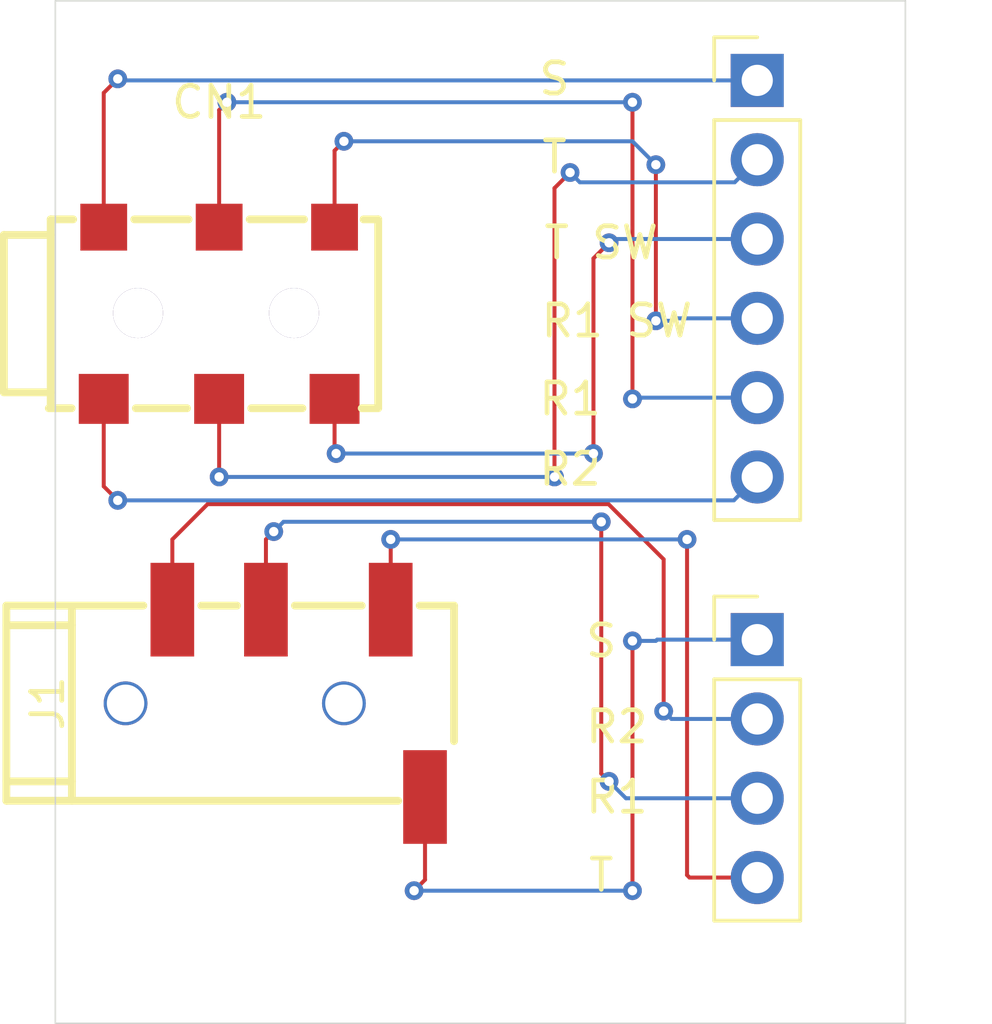
<source format=kicad_pcb>
(kicad_pcb (version 20241229) (generator "pcbnew") (generator_version "9.0")
  (layers (0 "F.Cu" signal) (2 "B.Cu" signal) (13 "F.Paste" user) (15 "B.Paste" user) (5 "F.SilkS" user "F.Silkscreen") (7 "B.SilkS" user "B.Silkscreen") (1 "F.Mask" user) (3 "B.Mask" user) (25 "Edge.Cuts" user))
  (net 0 "")
  (net 1 "Net-(J2-Pin_6)")
  (net 2 "Net-(J2-Pin_1)")
  (net 3 "Net-(J2-Pin_4)")
  (net 4 "Net-(J2-Pin_3)")
  (net 5 "Net-(J2-Pin_5)")
  (net 6 "Net-(J2-Pin_2)")
  (net 7 "Net-(J3-Pin_2)")
  (net 8 "Net-(J3-Pin_3)")
  (net 9 "Net-(J3-Pin_1)")
  (net 10 "Net-(J3-Pin_4)")
  (footprint "Hactar_Footprints:AUDIO-SMD_PJ-242D-SMT" (layer "F.Cu") (at 28.25 24.75)
    (property "Reference" "CN1" (at 0 -6.75 0) (layer "F.SilkS"))
    (property "Value" "PJ-242")
    (fp_line (start -6.9 -2.5) (end -6.9 2.54) (stroke (width 0.25)) (layer "F.SilkS"))
    (fp_line (start -6.9 2.54) (end -5.4 2.54) (stroke (width 0.25)) (layer "F.SilkS"))
    (fp_line (start -5.4 -3) (end -5.4 2.92) (stroke (width 0.25)) (layer "F.SilkS"))
    (fp_line (start -5.4 -3) (end -4.68 -3) (stroke (width 0.25)) (layer "F.SilkS"))
    (fp_line (start -5.4 -2.5) (end -6.9 -2.5) (stroke (width 0.25)) (layer "F.SilkS"))
    (fp_line (start -4.73 3.05) (end -5.46 3.05) (stroke (width 0.25)) (layer "F.SilkS"))
    (fp_line (start -2.72 -3) (end -0.98 -3) (stroke (width 0.25)) (layer "F.SilkS"))
    (fp_line (start -1.03 3.05) (end -2.67 3.05) (stroke (width 0.25)) (layer "F.SilkS"))
    (fp_line (start 0.98 -3) (end 2.72 -3) (stroke (width 0.25)) (layer "F.SilkS"))
    (fp_line (start 2.67 3.05) (end 1.03 3.05) (stroke (width 0.25)) (layer "F.SilkS"))
    (fp_line (start 4.57 3.05) (end 5.1 3.05) (stroke (width 0.25)) (layer "F.SilkS"))
    (fp_line (start 5.1 -3) (end 4.63 -3) (stroke (width 0.25)) (layer "F.SilkS"))
    (fp_line (start 5.1 -3) (end 5.1 3) (stroke (width 0.25)) (layer "F.SilkS"))
    (pad "" thru_hole circle (at -2.6 0) (size 1.6 1.6) (drill 1.6) (layers "*.Cu" "*.Mask"))
    (pad "" thru_hole circle (at 2.4 0) (size 1.6 1.6) (drill 1.6) (layers "*.Cu" "*.Mask"))
    (pad "2" smd rect (at -3.7 -2.75 180) (size 1.5 1.5) (layers "F.Cu" "F.Mask" "F.Paste") (net 2 "Net-(J2-Pin_1)"))
    (pad "3" smd rect (at -3.7 2.75 180) (size 1.6 1.6) (layers "F.Cu" "F.Mask" "F.Paste") (net 1 "Net-(J2-Pin_6)"))
    (pad "4" smd rect (at 0 -2.75 180) (size 1.5 1.5) (layers "F.Cu" "F.Mask" "F.Paste") (net 5 "Net-(J2-Pin_5)"))
    (pad "5" smd rect (at 3.7 -2.75 180) (size 1.5 1.5) (layers "F.Cu" "F.Mask" "F.Paste") (net 3 "Net-(J2-Pin_4)"))
    (pad "6" smd rect (at 0 2.75 180) (size 1.6 1.6) (layers "F.Cu" "F.Mask" "F.Paste") (net 6 "Net-(J2-Pin_2)"))
    (pad "7" smd rect (at 3.7 2.75 180) (size 1.6 1.6) (layers "F.Cu" "F.Mask" "F.Paste") (net 4 "Net-(J2-Pin_3)"))
  )
  (footprint "Hactar_Footprints:AUDIO-SMD_PJ-320D" (layer "F.Cu") (at 30.8 37.25 90)
    (property "Reference" "J1" (at 0 -8.05 90) (layer "F.SilkS"))
    (property "Value" "3.5mm")
    (fp_line (start 3.13 -9.37) (end 3.13 -4.98) (stroke (width 0.25)) (layer "F.SilkS"))
    (fp_line (start -2.5 -9.37) (end -2.5 -7.27) (stroke (width 0.25)) (layer "F.SilkS"))
    (fp_line (start -3.12 -9.37) (end 3.13 -9.37) (stroke (width 0.25)) (layer "F.SilkS"))
    (fp_line (start -3.12 -9.37) (end -3.12 3.19) (stroke (width 0.25)) (layer "F.SilkS"))
    (fp_line (start 3.13 -7.27) (end -3.12 -7.27) (stroke (width 0.25)) (layer "F.SilkS"))
    (fp_line (start 2.5 -7.27) (end 2.5 -9.37) (stroke (width 0.25)) (layer "F.SilkS"))
    (fp_line (start 3.13 -3.12) (end 3.13 -1.98) (stroke (width 0.25)) (layer "F.SilkS"))
    (fp_line (start 3.13 -0.12) (end 3.13 2.02) (stroke (width 0.25)) (layer "F.SilkS"))
    (fp_line (start 3.13 3.88) (end 3.13 4.98) (stroke (width 0.25)) (layer "F.SilkS"))
    (fp_line (start 3.13 4.98) (end -1.21 4.98) (stroke (width 0.25)) (layer "F.SilkS"))
    (pad "" np_thru_hole circle (at 0 -5.55 90) (size 1.403566 1.403566) (drill 1.2) (layers "*.Cu" "*.Mask"))
    (pad "" np_thru_hole circle (at 0 1.45 90) (size 1.403566 1.403566) (drill 1.2) (layers "*.Cu" "*.Mask"))
    (pad "R1" smd rect (at 3 -1.05 90) (size 3 1.4) (layers "F.Cu" "F.Mask" "F.Paste") (net 8 "Net-(J3-Pin_3)"))
    (pad "R2" smd rect (at 3 -4.05 90) (size 3 1.4) (layers "F.Cu" "F.Mask" "F.Paste") (net 7 "Net-(J3-Pin_2)"))
    (pad "S" smd rect (at -3 4.05 90) (size 3 1.4) (layers "F.Cu" "F.Mask" "F.Paste") (net 9 "Net-(J3-Pin_1)"))
    (pad "T" smd rect (at 3 2.95 90) (size 3 1.4) (layers "F.Cu" "F.Mask" "F.Paste") (net 10 "Net-(J3-Pin_4)"))
  )
  (footprint "Connector_PinHeader_2.54mm:PinHeader_1x04_P2.54mm_Vertical" (layer "F.Cu") (at 45.5 35.21)
    (property "Reference" "J3" (hide yes))
    (property "Value" "Conn_01x04_Socket")
    (fp_line (start -1.38 -1.38) (end 0 -1.38) (stroke (width 0.12)) (layer "F.SilkS"))
    (fp_line (start -1.38 0) (end -1.38 -1.38) (stroke (width 0.12)) (layer "F.SilkS"))
    (fp_line (start -1.38 1.27) (end -1.38 9) (stroke (width 0.12)) (layer "F.SilkS"))
    (fp_line (start -1.38 1.27) (end 1.38 1.27) (stroke (width 0.12)) (layer "F.SilkS"))
    (fp_line (start -1.38 9) (end 1.38 9) (stroke (width 0.12)) (layer "F.SilkS"))
    (fp_line (start 1.38 1.27) (end 1.38 9) (stroke (width 0.12)) (layer "F.SilkS"))
    (pad "1" thru_hole rect (at 0 0) (size 1.7 1.7) (drill 1) (layers "*.Cu" "*.Mask") (net 9 "Net-(J3-Pin_1)"))
    (pad "2" thru_hole circle (at 0 2.54) (size 1.7 1.7) (drill 1) (layers "*.Cu" "*.Mask") (net 7 "Net-(J3-Pin_2)"))
    (pad "3" thru_hole circle (at 0 5.08) (size 1.7 1.7) (drill 1) (layers "*.Cu" "*.Mask") (net 8 "Net-(J3-Pin_3)"))
    (pad "4" thru_hole circle (at 0 7.62) (size 1.7 1.7) (drill 1) (layers "*.Cu" "*.Mask") (net 10 "Net-(J3-Pin_4)"))
  )
  (footprint "Connector_PinHeader_2.54mm:PinHeader_1x06_P2.54mm_Vertical" (layer "F.Cu") (at 45.5 17.3)
    (property "Reference" "J2" (hide yes))
    (property "Value" "Conn_01x06_Socket")
    (fp_line (start -1.38 -1.38) (end 0 -1.38) (stroke (width 0.12)) (layer "F.SilkS"))
    (fp_line (start -1.38 0) (end -1.38 -1.38) (stroke (width 0.12)) (layer "F.SilkS"))
    (fp_line (start -1.38 1.27) (end -1.38 14.08) (stroke (width 0.12)) (layer "F.SilkS"))
    (fp_line (start -1.38 1.27) (end 1.38 1.27) (stroke (width 0.12)) (layer "F.SilkS"))
    (fp_line (start -1.38 14.08) (end 1.38 14.08) (stroke (width 0.12)) (layer "F.SilkS"))
    (fp_line (start 1.38 1.27) (end 1.38 14.08) (stroke (width 0.12)) (layer "F.SilkS"))
    (pad "1" thru_hole rect (at 0 0) (size 1.7 1.7) (drill 1) (layers "*.Cu" "*.Mask") (net 2 "Net-(J2-Pin_1)"))
    (pad "2" thru_hole circle (at 0 2.54) (size 1.7 1.7) (drill 1) (layers "*.Cu" "*.Mask") (net 6 "Net-(J2-Pin_2)"))
    (pad "3" thru_hole circle (at 0 5.08) (size 1.7 1.7) (drill 1) (layers "*.Cu" "*.Mask") (net 4 "Net-(J2-Pin_3)"))
    (pad "4" thru_hole circle (at 0 7.62) (size 1.7 1.7) (drill 1) (layers "*.Cu" "*.Mask") (net 3 "Net-(J2-Pin_4)"))
    (pad "5" thru_hole circle (at 0 10.16) (size 1.7 1.7) (drill 1) (layers "*.Cu" "*.Mask") (net 5 "Net-(J2-Pin_5)"))
    (pad "6" thru_hole circle (at 0 12.7) (size 1.7 1.7) (drill 1) (layers "*.Cu" "*.Mask") (net 1 "Net-(J2-Pin_6)"))
  )
  (gr_rect (start 23 14.75) (end 50.25 47.5) (stroke (width 0.05)) (fill no) (layer "Edge.Cuts"))
  (gr_text "T SW" (at 40.5 22.5 0) (layer "F.SilkS") (effects (font (size 1 1))))
  (gr_text "T" (at 40.5 42.75 0) (layer "F.SilkS") (effects (font (size 1 1))))
  (gr_text "R1" (at 41 40.25 0) (layer "F.SilkS") (effects (font (size 1 1))))
  (gr_text "T" (at 39 19.75 0) (layer "F.SilkS") (effects (font (size 1 1))))
  (gr_text "S" (at 39 17.25 0) (layer "F.SilkS") (effects (font (size 1 1))))
  (gr_text "R1" (at 39.5 27.5 0) (layer "F.SilkS") (effects (font (size 1 1))))
  (gr_text "S" (at 40.5 35.25 0) (layer "F.SilkS") (effects (font (size 1 1))))
  (gr_text "R2" (at 39.5 29.75 0) (layer "F.SilkS") (effects (font (size 1 1))))
  (gr_text "R2" (at 41 38 0) (layer "F.SilkS") (effects (font (size 1 1))))
  (gr_text "R1 SW" (at 41 25 0) (layer "F.SilkS") (effects (font (size 1 1))))
  (segment (start 24.55 30.3) (end 25 30.75) (width 0.127) (layer "F.Cu") (net 1))
  (segment (start 24.55 27.5) (end 24.55 30.3) (width 0.127) (layer "F.Cu") (net 1))
  (via (at 25 30.75) (size 0.6) (drill 0.3) (layers "F.Cu" "B.Cu") (net 1))
  (segment (start 44.75 30.75) (end 45.5 30) (width 0.127) (layer "B.Cu") (net 1))
  (segment (start 25 30.75) (end 44.75 30.75) (width 0.127) (layer "B.Cu") (net 1))
  (segment (start 24.55 22) (end 24.55 17.7) (width 0.127) (layer "F.Cu") (net 2))
  (segment (start 24.55 17.7) (end 25 17.25) (width 0.127) (layer "F.Cu") (net 2))
  (via (at 25 17.25) (size 0.6) (drill 0.3) (layers "F.Cu" "B.Cu") (net 2))
  (segment (start 25 17.25) (end 25.05 17.3) (width 0.127) (layer "B.Cu") (net 2))
  (segment (start 25.05 17.3) (end 45.5 17.3) (width 0.127) (layer "B.Cu") (net 2))
  (segment (start 31.95 22) (end 31.95 19.55) (width 0.127) (layer "F.Cu") (net 3))
  (segment (start 31.95 19.55) (end 32.25 19.25) (width 0.127) (layer "F.Cu") (net 3))
  (segment (start 42.25 20) (end 42.25 25) (width 0.127) (layer "F.Cu") (net 3))
  (via (at 42.25 25) (size 0.6) (drill 0.3) (layers "F.Cu" "B.Cu") (net 3))
  (via (at 32.25 19.25) (size 0.6) (drill 0.3) (layers "F.Cu" "B.Cu") (net 3))
  (via (at 42.25 20) (size 0.6) (drill 0.3) (layers "F.Cu" "B.Cu") (net 3))
  (segment (start 41.5 19.25) (end 42.25 20) (width 0.127) (layer "B.Cu") (net 3))
  (segment (start 32.25 19.25) (end 41.5 19.25) (width 0.127) (layer "B.Cu") (net 3))
  (segment (start 42.25 25) (end 42.75 25) (width 0.127) (layer "B.Cu") (net 3))
  (segment (start 42.75 25) (end 42.83 24.92) (width 0.127) (layer "B.Cu") (net 3))
  (segment (start 42.83 24.92) (end 45.5 24.92) (width 0.127) (layer "B.Cu") (net 3))
  (segment (start 31.95 29.2) (end 32 29.25) (width 0.127) (layer "F.Cu") (net 4))
  (segment (start 40.25 23) (end 40.75 22.5) (width 0.127) (layer "F.Cu") (net 4))
  (segment (start 31.95 27.5) (end 31.95 29.2) (width 0.127) (layer "F.Cu") (net 4))
  (segment (start 40.25 29.25) (end 40.25 23) (width 0.127) (layer "F.Cu") (net 4))
  (via (at 32 29.25) (size 0.6) (drill 0.3) (layers "F.Cu" "B.Cu") (net 4))
  (via (at 40.25 29.25) (size 0.6) (drill 0.3) (layers "F.Cu" "B.Cu") (net 4))
  (via (at 40.75 22.5) (size 0.6) (drill 0.3) (layers "F.Cu" "B.Cu") (net 4))
  (segment (start 32 29.25) (end 40.25 29.25) (width 0.127) (layer "B.Cu") (net 4))
  (segment (start 40.87 22.38) (end 45.5 22.38) (width 0.127) (layer "B.Cu") (net 4))
  (segment (start 40.75 22.5) (end 40.87 22.38) (width 0.127) (layer "B.Cu") (net 4))
  (segment (start 28.25 22) (end 28.25 18.25) (width 0.127) (layer "F.Cu") (net 5))
  (segment (start 41.5 18) (end 41.5 27.5) (width 0.127) (layer "F.Cu") (net 5))
  (segment (start 28.25 18.25) (end 28.5 18) (width 0.127) (layer "F.Cu") (net 5))
  (via (at 41.5 27.5) (size 0.6) (drill 0.3) (layers "F.Cu" "B.Cu") (net 5))
  (via (at 41.5 18) (size 0.6) (drill 0.3) (layers "F.Cu" "B.Cu") (net 5))
  (via (at 28.5 18) (size 0.6) (drill 0.3) (layers "F.Cu" "B.Cu") (net 5))
  (segment (start 28.5 18) (end 41.5 18) (width 0.127) (layer "B.Cu") (net 5))
  (segment (start 41.75 27.5) (end 41.79 27.46) (width 0.127) (layer "B.Cu") (net 5))
  (segment (start 41.79 27.46) (end 45.5 27.46) (width 0.127) (layer "B.Cu") (net 5))
  (segment (start 41.5 27.5) (end 41.75 27.5) (width 0.127) (layer "B.Cu") (net 5))
  (segment (start 28.25 27.5) (end 28.25 30) (width 0.127) (layer "F.Cu") (net 6))
  (segment (start 39 30) (end 39 20.75) (width 0.127) (layer "F.Cu") (net 6))
  (segment (start 39 20.75) (end 39.5 20.25) (width 0.127) (layer "F.Cu") (net 6))
  (via (at 39.5 20.25) (size 0.6) (drill 0.3) (layers "F.Cu" "B.Cu") (net 6))
  (via (at 28.25 30) (size 0.6) (drill 0.3) (layers "F.Cu" "B.Cu") (net 6))
  (via (at 39 30) (size 0.6) (drill 0.3) (layers "F.Cu" "B.Cu") (net 6))
  (segment (start 39.5 20.25) (end 39.8145 20.5645) (width 0.127) (layer "B.Cu") (net 6))
  (segment (start 39.8145 20.5645) (end 44.7755 20.5645) (width 0.127) (layer "B.Cu") (net 6))
  (segment (start 28.25 30) (end 39 30) (width 0.127) (layer "B.Cu") (net 6))
  (segment (start 44.7755 20.5645) (end 45.5 19.84) (width 0.127) (layer "B.Cu") (net 6))
  (segment (start 42.5 32.638176) (end 42.5 37.5) (width 0.127) (layer "F.Cu") (net 7))
  (segment (start 26.25 34.25) (end 26.75 33.75) (width 0.127) (layer "F.Cu") (net 7))
  (segment (start 27.878 30.872) (end 40.733824 30.872) (width 0.127) (layer "F.Cu") (net 7))
  (segment (start 26.75 33.75) (end 26.75 32) (width 0.127) (layer "F.Cu") (net 7))
  (segment (start 26.75 32) (end 27.878 30.872) (width 0.127) (layer "F.Cu") (net 7))
  (segment (start 40.733824 30.872) (end 42.5 32.638176) (width 0.127) (layer "F.Cu") (net 7))
  (via (at 42.5 37.5) (size 0.6) (drill 0.3) (layers "F.Cu" "B.Cu") (net 7))
  (segment (start 42.75 37.75) (end 45.5 37.75) (width 0.127) (layer "B.Cu") (net 7))
  (segment (start 42.5 37.5) (end 42.75 37.75) (width 0.127) (layer "B.Cu") (net 7))
  (segment (start 29.75 33.75) (end 29.25 34.25) (width 0.127) (layer "F.Cu") (net 8))
  (segment (start 30 31.75) (end 29.75 32) (width 0.127) (layer "F.Cu") (net 8))
  (segment (start 29.75 32) (end 29.75 33.75) (width 0.127) (layer "F.Cu") (net 8))
  (segment (start 40.5 31.4365) (end 40.5 39.5) (width 0.127) (layer "F.Cu") (net 8))
  (segment (start 40.5 39.5) (end 40.75 39.75) (width 0.127) (layer "F.Cu") (net 8))
  (via (at 40.5 31.4365) (size 0.6) (drill 0.3) (layers "F.Cu" "B.Cu") (net 8))
  (via (at 30 31.75) (size 0.6) (drill 0.3) (layers "F.Cu" "B.Cu") (net 8))
  (via (at 40.75 39.75) (size 0.6) (drill 0.3) (layers "F.Cu" "B.Cu") (net 8))
  (segment (start 30.3145 31.4355) (end 40.499 31.4355) (width 0.127) (layer "B.Cu") (net 8))
  (segment (start 40.499 31.4355) (end 40.5 31.4365) (width 0.127) (layer "B.Cu") (net 8))
  (segment (start 41.29 40.29) (end 45.5 40.29) (width 0.127) (layer "B.Cu") (net 8))
  (segment (start 30 31.75) (end 30.3145 31.4355) (width 0.127) (layer "B.Cu") (net 8))
  (segment (start 40.75 39.75) (end 41.29 40.29) (width 0.127) (layer "B.Cu") (net 8))
  (segment (start 34.85 42.9) (end 34.5 43.25) (width 0.127) (layer "F.Cu") (net 9))
  (segment (start 34.85 40.75) (end 34.85 42.9) (width 0.127) (layer "F.Cu") (net 9))
  (segment (start 34.35 40.25) (end 34.85 40.75) (width 0.127) (layer "F.Cu") (net 9))
  (segment (start 41.5 35.25) (end 41.5 43.25) (width 0.127) (layer "F.Cu") (net 9))
  (via (at 41.5 43.25) (size 0.6) (drill 0.3) (layers "F.Cu" "B.Cu") (net 9))
  (via (at 41.5 35.25) (size 0.6) (drill 0.3) (layers "F.Cu" "B.Cu") (net 9))
  (via (at 34.5 43.25) (size 0.6) (drill 0.3) (layers "F.Cu" "B.Cu") (net 9))
  (segment (start 42.29 35.21) (end 45.5 35.21) (width 0.127) (layer "B.Cu") (net 9))
  (segment (start 41.5 35.25) (end 42.25 35.25) (width 0.127) (layer "B.Cu") (net 9))
  (segment (start 42.25 35.25) (end 42.29 35.21) (width 0.127) (layer "B.Cu") (net 9))
  (segment (start 34.5 43.25) (end 41.5 43.25) (width 0.127) (layer "B.Cu") (net 9))
  (segment (start 43.33 42.83) (end 45.5 42.83) (width 0.127) (layer "F.Cu") (net 10))
  (segment (start 33.75 33.75) (end 33.75 32) (width 0.127) (layer "F.Cu") (net 10))
  (segment (start 43.25 32) (end 43.25 42.75) (width 0.127) (layer "F.Cu") (net 10))
  (segment (start 43.25 42.75) (end 43.33 42.83) (width 0.127) (layer "F.Cu") (net 10))
  (segment (start 33.25 34.25) (end 33.75 33.75) (width 0.127) (layer "F.Cu") (net 10))
  (via (at 43.25 32) (size 0.6) (drill 0.3) (layers "F.Cu" "B.Cu") (net 10))
  (via (at 33.75 32) (size 0.6) (drill 0.3) (layers "F.Cu" "B.Cu") (net 10))
  (segment (start 33.75 32) (end 43.25 32) (width 0.127) (layer "B.Cu") (net 10))
)
</source>
